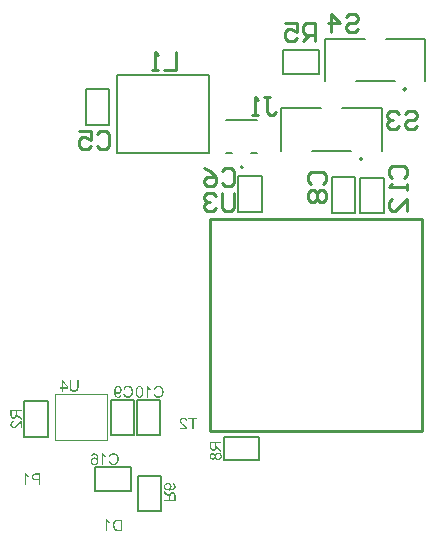
<source format=gbo>
G04*
G04 #@! TF.GenerationSoftware,Altium Limited,Altium Designer,22.7.1 (60)*
G04*
G04 Layer_Color=32896*
%FSLAX44Y44*%
%MOMM*%
G71*
G04*
G04 #@! TF.SameCoordinates,C2A282E5-0786-4D7F-951A-2C12EB248FEB*
G04*
G04*
G04 #@! TF.FilePolarity,Positive*
G04*
G01*
G75*
%ADD10C,0.1524*%
%ADD11C,0.1270*%
%ADD13C,0.2000*%
%ADD14C,0.1000*%
%ADD16C,0.2540*%
G36*
X149520Y218680D02*
X149675Y218455D01*
X149858Y218229D01*
X150027Y218032D01*
X150196Y217863D01*
X150323Y217722D01*
X150380Y217679D01*
X150422Y217637D01*
X150436Y217623D01*
X150450Y217609D01*
X150746Y217369D01*
X151042Y217144D01*
X151324Y216946D01*
X151606Y216791D01*
X151846Y216650D01*
X151945Y216594D01*
X152029Y216552D01*
X152100Y216509D01*
X152156Y216495D01*
X152184Y216467D01*
X152198D01*
Y215311D01*
X151987Y215396D01*
X151775Y215494D01*
X151564Y215593D01*
X151367Y215692D01*
X151197Y215776D01*
X151056Y215847D01*
X150972Y215903D01*
X150958Y215917D01*
X150944D01*
X150690Y216072D01*
X150464Y216227D01*
X150267Y216368D01*
X150112Y216495D01*
X149971Y216594D01*
X149886Y216678D01*
X149816Y216735D01*
X149802Y216749D01*
Y209122D01*
X148603D01*
Y218920D01*
X149379D01*
X149520Y218680D01*
D02*
G37*
G36*
X158711Y219018D02*
X159162Y218948D01*
X159557Y218864D01*
X159740Y218807D01*
X159909Y218751D01*
X160064Y218694D01*
X160205Y218638D01*
X160318Y218596D01*
X160431Y218553D01*
X160501Y218511D01*
X160558Y218483D01*
X160600Y218469D01*
X160614Y218455D01*
X160995Y218215D01*
X161319Y217933D01*
X161601Y217651D01*
X161841Y217369D01*
X162024Y217115D01*
X162094Y217003D01*
X162151Y216904D01*
X162207Y216833D01*
X162235Y216777D01*
X162249Y216735D01*
X162264Y216721D01*
X162461Y216284D01*
X162602Y215833D01*
X162701Y215382D01*
X162771Y214973D01*
X162799Y214789D01*
X162813Y214606D01*
X162827Y214465D01*
Y214324D01*
X162841Y214226D01*
Y214141D01*
Y214085D01*
Y214070D01*
X162813Y213563D01*
X162757Y213070D01*
X162686Y212633D01*
X162630Y212421D01*
X162588Y212238D01*
X162545Y212069D01*
X162489Y211914D01*
X162447Y211773D01*
X162418Y211660D01*
X162376Y211575D01*
X162362Y211505D01*
X162334Y211462D01*
Y211448D01*
X162122Y211026D01*
X161883Y210645D01*
X161629Y210321D01*
X161502Y210194D01*
X161390Y210067D01*
X161277Y209954D01*
X161164Y209855D01*
X161065Y209771D01*
X160981Y209715D01*
X160924Y209658D01*
X160868Y209616D01*
X160840Y209602D01*
X160826Y209588D01*
X160628Y209475D01*
X160431Y209376D01*
X160008Y209221D01*
X159585Y209108D01*
X159176Y209038D01*
X158979Y209010D01*
X158810Y208981D01*
X158655Y208967D01*
X158528D01*
X158415Y208953D01*
X158260D01*
X157978Y208967D01*
X157710Y208996D01*
X157456Y209024D01*
X157217Y209080D01*
X156991Y209151D01*
X156780Y209221D01*
X156582Y209292D01*
X156399Y209376D01*
X156244Y209447D01*
X156089Y209517D01*
X155976Y209588D01*
X155863Y209658D01*
X155793Y209715D01*
X155723Y209743D01*
X155694Y209771D01*
X155680Y209785D01*
X155483Y209954D01*
X155314Y210123D01*
X155159Y210321D01*
X155003Y210518D01*
X154750Y210913D01*
X154552Y211308D01*
X154468Y211491D01*
X154397Y211660D01*
X154341Y211815D01*
X154299Y211942D01*
X154256Y212055D01*
X154228Y212139D01*
X154214Y212196D01*
Y212210D01*
X155511Y212534D01*
X155567Y212308D01*
X155638Y212097D01*
X155708Y211900D01*
X155779Y211716D01*
X155863Y211547D01*
X155948Y211406D01*
X156047Y211265D01*
X156131Y211138D01*
X156202Y211026D01*
X156286Y210941D01*
X156357Y210856D01*
X156413Y210786D01*
X156470Y210744D01*
X156512Y210701D01*
X156526Y210687D01*
X156540Y210673D01*
X156681Y210560D01*
X156836Y210476D01*
X157146Y210321D01*
X157442Y210208D01*
X157738Y210137D01*
X157992Y210081D01*
X158091Y210067D01*
X158189D01*
X158274Y210053D01*
X158373D01*
X158697Y210067D01*
X159007Y210123D01*
X159289Y210194D01*
X159543Y210278D01*
X159740Y210363D01*
X159825Y210405D01*
X159895Y210434D01*
X159952Y210462D01*
X159994Y210490D01*
X160022Y210504D01*
X160036D01*
X160304Y210701D01*
X160529Y210913D01*
X160727Y211152D01*
X160882Y211378D01*
X161009Y211575D01*
X161093Y211744D01*
X161122Y211815D01*
X161150Y211857D01*
X161164Y211886D01*
Y211900D01*
X161277Y212266D01*
X161361Y212633D01*
X161432Y212999D01*
X161474Y213337D01*
X161488Y213493D01*
X161502Y213633D01*
Y213760D01*
X161516Y213859D01*
Y213944D01*
Y214014D01*
Y214056D01*
Y214070D01*
X161502Y214437D01*
X161474Y214775D01*
X161418Y215086D01*
X161361Y215367D01*
X161319Y215607D01*
X161291Y215706D01*
X161263Y215790D01*
X161248Y215861D01*
X161234Y215903D01*
X161220Y215931D01*
Y215945D01*
X161079Y216270D01*
X160924Y216566D01*
X160755Y216805D01*
X160572Y217017D01*
X160417Y217186D01*
X160290Y217299D01*
X160191Y217369D01*
X160177Y217397D01*
X160163D01*
X159867Y217581D01*
X159543Y217722D01*
X159233Y217820D01*
X158937Y217877D01*
X158669Y217919D01*
X158556Y217933D01*
X158457D01*
X158387Y217947D01*
X158274D01*
X157922Y217933D01*
X157597Y217877D01*
X157330Y217792D01*
X157090Y217708D01*
X156907Y217609D01*
X156766Y217538D01*
X156681Y217482D01*
X156653Y217454D01*
X156427Y217242D01*
X156216Y217003D01*
X156047Y216749D01*
X155906Y216495D01*
X155793Y216270D01*
X155751Y216157D01*
X155723Y216072D01*
X155694Y216002D01*
X155666Y215945D01*
X155652Y215917D01*
Y215903D01*
X154383Y216199D01*
X154468Y216453D01*
X154552Y216678D01*
X154665Y216890D01*
X154764Y217101D01*
X154877Y217285D01*
X155003Y217454D01*
X155116Y217623D01*
X155229Y217764D01*
X155342Y217877D01*
X155441Y217990D01*
X155539Y218088D01*
X155610Y218159D01*
X155680Y218229D01*
X155737Y218271D01*
X155765Y218286D01*
X155779Y218300D01*
X155976Y218426D01*
X156174Y218553D01*
X156371Y218652D01*
X156582Y218737D01*
X157005Y218864D01*
X157386Y218948D01*
X157569Y218990D01*
X157724Y219004D01*
X157879Y219018D01*
X158006Y219033D01*
X158105Y219047D01*
X158246D01*
X158711Y219018D01*
D02*
G37*
G36*
X142725Y218892D02*
X143077Y218835D01*
X143373Y218737D01*
X143627Y218638D01*
X143839Y218525D01*
X143923Y218483D01*
X143994Y218426D01*
X144050Y218398D01*
X144092Y218370D01*
X144107Y218342D01*
X144121D01*
X144374Y218116D01*
X144586Y217848D01*
X144769Y217581D01*
X144910Y217327D01*
X145023Y217087D01*
X145079Y216989D01*
X145107Y216890D01*
X145136Y216819D01*
X145164Y216763D01*
X145178Y216735D01*
Y216721D01*
X145234Y216509D01*
X145291Y216298D01*
X145375Y215833D01*
X145446Y215367D01*
X145488Y214930D01*
X145502Y214719D01*
X145516Y214536D01*
Y214366D01*
X145530Y214212D01*
Y214099D01*
Y214000D01*
Y213944D01*
Y213930D01*
X145516Y213436D01*
X145488Y212971D01*
X145446Y212548D01*
X145375Y212153D01*
X145305Y211787D01*
X145220Y211462D01*
X145136Y211166D01*
X145051Y210913D01*
X144966Y210687D01*
X144868Y210490D01*
X144797Y210321D01*
X144727Y210194D01*
X144656Y210081D01*
X144614Y210011D01*
X144586Y209968D01*
X144572Y209954D01*
X144417Y209785D01*
X144248Y209630D01*
X144064Y209489D01*
X143881Y209376D01*
X143698Y209277D01*
X143514Y209193D01*
X143331Y209137D01*
X143162Y209080D01*
X142993Y209038D01*
X142838Y209010D01*
X142697Y208981D01*
X142584Y208967D01*
X142485Y208953D01*
X142344D01*
X141964Y208981D01*
X141611Y209038D01*
X141315Y209137D01*
X141062Y209235D01*
X140850Y209334D01*
X140780Y209390D01*
X140709Y209433D01*
X140653Y209461D01*
X140611Y209489D01*
X140596Y209517D01*
X140582D01*
X140329Y209757D01*
X140117Y210011D01*
X139934Y210292D01*
X139793Y210546D01*
X139680Y210786D01*
X139624Y210885D01*
X139595Y210983D01*
X139567Y211054D01*
X139539Y211110D01*
X139525Y211138D01*
Y211152D01*
X139454Y211364D01*
X139398Y211575D01*
X139314Y212026D01*
X139243Y212492D01*
X139201Y212943D01*
X139187Y213140D01*
X139173Y213323D01*
Y213493D01*
X139158Y213648D01*
Y213760D01*
Y213859D01*
Y213915D01*
Y213930D01*
Y214197D01*
X139173Y214451D01*
Y214677D01*
X139187Y214902D01*
X139215Y215100D01*
X139229Y215297D01*
X139243Y215466D01*
X139271Y215621D01*
X139285Y215762D01*
X139314Y215889D01*
X139328Y215988D01*
X139342Y216072D01*
X139356Y216143D01*
X139370Y216185D01*
X139384Y216213D01*
Y216227D01*
X139469Y216537D01*
X139567Y216819D01*
X139680Y217059D01*
X139765Y217271D01*
X139863Y217454D01*
X139920Y217581D01*
X139976Y217651D01*
X139990Y217679D01*
X140145Y217891D01*
X140300Y218074D01*
X140470Y218229D01*
X140625Y218370D01*
X140766Y218469D01*
X140878Y218539D01*
X140949Y218582D01*
X140963Y218596D01*
X140977D01*
X141203Y218708D01*
X141442Y218779D01*
X141668Y218835D01*
X141879Y218878D01*
X142063Y218906D01*
X142218Y218920D01*
X142344D01*
X142725Y218892D01*
D02*
G37*
G36*
X124524Y218906D02*
X124750Y218878D01*
X124975Y218835D01*
X125173Y218779D01*
X125553Y218624D01*
X125722Y218553D01*
X125863Y218469D01*
X126004Y218370D01*
X126117Y218300D01*
X126230Y218215D01*
X126314Y218144D01*
X126385Y218088D01*
X126427Y218046D01*
X126455Y218018D01*
X126469Y218004D01*
X126625Y217834D01*
X126751Y217637D01*
X126878Y217454D01*
X126977Y217256D01*
X127062Y217045D01*
X127132Y216848D01*
X127231Y216481D01*
X127273Y216298D01*
X127301Y216143D01*
X127315Y215988D01*
X127330Y215861D01*
X127344Y215762D01*
Y215692D01*
Y215635D01*
Y215621D01*
X127330Y215353D01*
X127301Y215114D01*
X127273Y214874D01*
X127217Y214648D01*
X127146Y214451D01*
X127076Y214254D01*
X127005Y214085D01*
X126921Y213930D01*
X126850Y213789D01*
X126780Y213662D01*
X126709Y213563D01*
X126639Y213464D01*
X126582Y213394D01*
X126554Y213351D01*
X126526Y213323D01*
X126512Y213309D01*
X126357Y213154D01*
X126188Y213027D01*
X126018Y212900D01*
X125835Y212802D01*
X125666Y212717D01*
X125497Y212647D01*
X125173Y212548D01*
X125032Y212506D01*
X124891Y212477D01*
X124778Y212463D01*
X124665Y212449D01*
X124580Y212435D01*
X124468D01*
X124200Y212449D01*
X123946Y212492D01*
X123721Y212548D01*
X123509Y212619D01*
X123354Y212675D01*
X123227Y212731D01*
X123143Y212774D01*
X123115Y212788D01*
X122889Y212929D01*
X122692Y213084D01*
X122522Y213239D01*
X122381Y213380D01*
X122283Y213521D01*
X122198Y213619D01*
X122142Y213690D01*
X122128Y213718D01*
Y213605D01*
Y213535D01*
Y213493D01*
Y213478D01*
X122142Y213197D01*
X122156Y212929D01*
X122184Y212689D01*
X122212Y212463D01*
X122254Y212280D01*
X122283Y212139D01*
X122297Y212083D01*
Y212041D01*
X122311Y212026D01*
Y212012D01*
X122381Y211759D01*
X122452Y211533D01*
X122522Y211336D01*
X122593Y211166D01*
X122649Y211040D01*
X122706Y210941D01*
X122734Y210870D01*
X122748Y210856D01*
X122861Y210701D01*
X122973Y210574D01*
X123086Y210462D01*
X123199Y210363D01*
X123284Y210278D01*
X123368Y210222D01*
X123425Y210194D01*
X123439Y210180D01*
X123594Y210095D01*
X123763Y210039D01*
X123918Y209996D01*
X124073Y209968D01*
X124200Y209954D01*
X124299Y209940D01*
X124397D01*
X124623Y209954D01*
X124834Y209996D01*
X125018Y210053D01*
X125173Y210123D01*
X125285Y210180D01*
X125384Y210236D01*
X125441Y210278D01*
X125455Y210292D01*
X125596Y210448D01*
X125708Y210631D01*
X125807Y210828D01*
X125878Y211026D01*
X125934Y211195D01*
X125976Y211350D01*
X125990Y211406D01*
Y211434D01*
X126004Y211462D01*
Y211477D01*
X127160Y211378D01*
X127076Y210969D01*
X126963Y210617D01*
X126822Y210307D01*
X126681Y210053D01*
X126540Y209855D01*
X126469Y209771D01*
X126413Y209700D01*
X126371Y209658D01*
X126329Y209616D01*
X126314Y209602D01*
X126300Y209588D01*
X126159Y209475D01*
X126004Y209376D01*
X125694Y209221D01*
X125384Y209108D01*
X125088Y209038D01*
X124820Y208981D01*
X124707Y208967D01*
X124609D01*
X124538Y208953D01*
X124425D01*
X124031Y208981D01*
X123678Y209038D01*
X123354Y209137D01*
X123086Y209249D01*
X122973Y209292D01*
X122861Y209348D01*
X122776Y209404D01*
X122692Y209447D01*
X122635Y209475D01*
X122593Y209503D01*
X122565Y209531D01*
X122551D01*
X122269Y209771D01*
X122015Y210039D01*
X121818Y210321D01*
X121648Y210588D01*
X121507Y210828D01*
X121451Y210941D01*
X121409Y211026D01*
X121381Y211110D01*
X121352Y211166D01*
X121338Y211195D01*
Y211209D01*
X121268Y211420D01*
X121197Y211660D01*
X121099Y212139D01*
X121028Y212647D01*
X120986Y213126D01*
X120958Y213337D01*
X120943Y213549D01*
Y213732D01*
X120929Y213887D01*
Y214014D01*
Y214113D01*
Y214183D01*
Y214197D01*
Y214522D01*
X120943Y214832D01*
X120972Y215114D01*
X121000Y215382D01*
X121028Y215621D01*
X121056Y215847D01*
X121099Y216058D01*
X121141Y216241D01*
X121183Y216397D01*
X121211Y216537D01*
X121254Y216664D01*
X121282Y216763D01*
X121310Y216833D01*
X121338Y216890D01*
X121352Y216918D01*
Y216932D01*
X121522Y217271D01*
X121705Y217567D01*
X121916Y217820D01*
X122100Y218032D01*
X122283Y218187D01*
X122424Y218300D01*
X122480Y218342D01*
X122522Y218370D01*
X122536Y218398D01*
X122551D01*
X122847Y218567D01*
X123143Y218694D01*
X123439Y218793D01*
X123707Y218849D01*
X123946Y218892D01*
X124045Y218906D01*
X124115D01*
X124186Y218920D01*
X124284D01*
X124524Y218906D01*
D02*
G37*
G36*
X132940Y219018D02*
X133391Y218948D01*
X133786Y218864D01*
X133969Y218807D01*
X134138Y218751D01*
X134293Y218694D01*
X134434Y218638D01*
X134547Y218596D01*
X134660Y218553D01*
X134730Y218511D01*
X134787Y218483D01*
X134829Y218469D01*
X134843Y218455D01*
X135224Y218215D01*
X135548Y217933D01*
X135830Y217651D01*
X136070Y217369D01*
X136253Y217115D01*
X136323Y217003D01*
X136380Y216904D01*
X136436Y216833D01*
X136464Y216777D01*
X136478Y216735D01*
X136493Y216721D01*
X136690Y216284D01*
X136831Y215833D01*
X136930Y215382D01*
X137000Y214973D01*
X137028Y214789D01*
X137042Y214606D01*
X137056Y214465D01*
Y214324D01*
X137071Y214226D01*
Y214141D01*
Y214085D01*
Y214070D01*
X137042Y213563D01*
X136986Y213070D01*
X136915Y212633D01*
X136859Y212421D01*
X136817Y212238D01*
X136775Y212069D01*
X136718Y211914D01*
X136676Y211773D01*
X136648Y211660D01*
X136605Y211575D01*
X136591Y211505D01*
X136563Y211462D01*
Y211448D01*
X136351Y211026D01*
X136112Y210645D01*
X135858Y210321D01*
X135731Y210194D01*
X135618Y210067D01*
X135506Y209954D01*
X135393Y209855D01*
X135294Y209771D01*
X135210Y209715D01*
X135153Y209658D01*
X135097Y209616D01*
X135069Y209602D01*
X135055Y209588D01*
X134857Y209475D01*
X134660Y209376D01*
X134237Y209221D01*
X133814Y209108D01*
X133405Y209038D01*
X133208Y209010D01*
X133039Y208981D01*
X132884Y208967D01*
X132757D01*
X132644Y208953D01*
X132489D01*
X132207Y208967D01*
X131939Y208996D01*
X131685Y209024D01*
X131446Y209080D01*
X131220Y209151D01*
X131009Y209221D01*
X130811Y209292D01*
X130628Y209376D01*
X130473Y209447D01*
X130318Y209517D01*
X130205Y209588D01*
X130092Y209658D01*
X130022Y209715D01*
X129951Y209743D01*
X129923Y209771D01*
X129909Y209785D01*
X129712Y209954D01*
X129543Y210123D01*
X129388Y210321D01*
X129233Y210518D01*
X128979Y210913D01*
X128781Y211308D01*
X128697Y211491D01*
X128626Y211660D01*
X128570Y211815D01*
X128528Y211942D01*
X128485Y212055D01*
X128457Y212139D01*
X128443Y212196D01*
Y212210D01*
X129740Y212534D01*
X129796Y212308D01*
X129867Y212097D01*
X129937Y211900D01*
X130008Y211716D01*
X130092Y211547D01*
X130177Y211406D01*
X130276Y211265D01*
X130360Y211138D01*
X130431Y211026D01*
X130515Y210941D01*
X130586Y210856D01*
X130642Y210786D01*
X130699Y210744D01*
X130741Y210701D01*
X130755Y210687D01*
X130769Y210673D01*
X130910Y210560D01*
X131065Y210476D01*
X131375Y210321D01*
X131671Y210208D01*
X131967Y210137D01*
X132221Y210081D01*
X132320Y210067D01*
X132418D01*
X132503Y210053D01*
X132602D01*
X132926Y210067D01*
X133236Y210123D01*
X133518Y210194D01*
X133772Y210278D01*
X133969Y210363D01*
X134054Y210405D01*
X134124Y210434D01*
X134181Y210462D01*
X134223Y210490D01*
X134251Y210504D01*
X134265D01*
X134533Y210701D01*
X134759Y210913D01*
X134956Y211152D01*
X135111Y211378D01*
X135238Y211575D01*
X135323Y211744D01*
X135351Y211815D01*
X135379Y211857D01*
X135393Y211886D01*
Y211900D01*
X135506Y212266D01*
X135590Y212633D01*
X135661Y212999D01*
X135703Y213337D01*
X135717Y213493D01*
X135731Y213633D01*
Y213760D01*
X135745Y213859D01*
Y213944D01*
Y214014D01*
Y214056D01*
Y214070D01*
X135731Y214437D01*
X135703Y214775D01*
X135647Y215086D01*
X135590Y215367D01*
X135548Y215607D01*
X135520Y215706D01*
X135492Y215790D01*
X135478Y215861D01*
X135463Y215903D01*
X135449Y215931D01*
Y215945D01*
X135308Y216270D01*
X135153Y216566D01*
X134984Y216805D01*
X134801Y217017D01*
X134646Y217186D01*
X134519Y217299D01*
X134420Y217369D01*
X134406Y217397D01*
X134392D01*
X134096Y217581D01*
X133772Y217722D01*
X133462Y217820D01*
X133166Y217877D01*
X132898Y217919D01*
X132785Y217933D01*
X132686D01*
X132616Y217947D01*
X132503D01*
X132151Y217933D01*
X131826Y217877D01*
X131559Y217792D01*
X131319Y217708D01*
X131136Y217609D01*
X130995Y217538D01*
X130910Y217482D01*
X130882Y217454D01*
X130656Y217242D01*
X130445Y217003D01*
X130276Y216749D01*
X130135Y216495D01*
X130022Y216270D01*
X129980Y216157D01*
X129951Y216072D01*
X129923Y216002D01*
X129895Y215945D01*
X129881Y215917D01*
Y215903D01*
X128612Y216199D01*
X128697Y216453D01*
X128781Y216678D01*
X128894Y216890D01*
X128993Y217101D01*
X129106Y217285D01*
X129233Y217454D01*
X129345Y217623D01*
X129458Y217764D01*
X129571Y217877D01*
X129670Y217990D01*
X129768Y218088D01*
X129839Y218159D01*
X129909Y218229D01*
X129966Y218271D01*
X129994Y218286D01*
X130008Y218300D01*
X130205Y218426D01*
X130403Y218553D01*
X130600Y218652D01*
X130811Y218737D01*
X131234Y218864D01*
X131615Y218948D01*
X131798Y218990D01*
X131953Y219004D01*
X132108Y219018D01*
X132235Y219033D01*
X132334Y219047D01*
X132475D01*
X132940Y219018D01*
D02*
G37*
G36*
X42899Y197520D02*
X38571D01*
Y195856D01*
X38585Y195701D01*
Y195589D01*
X38599Y195490D01*
X38613Y195419D01*
Y195363D01*
X38627Y195335D01*
Y195321D01*
X38698Y195095D01*
X38740Y194996D01*
X38782Y194912D01*
X38825Y194827D01*
X38853Y194771D01*
X38867Y194743D01*
X38881Y194729D01*
X38966Y194616D01*
X39064Y194503D01*
X39276Y194292D01*
X39374Y194193D01*
X39459Y194123D01*
X39515Y194080D01*
X39530Y194066D01*
X39727Y193925D01*
X39938Y193770D01*
X40164Y193615D01*
X40375Y193460D01*
X40573Y193333D01*
X40728Y193234D01*
X40784Y193192D01*
X40826Y193164D01*
X40855Y193136D01*
X40869D01*
X42899Y191853D01*
Y190246D01*
X40248Y191923D01*
X39966Y192121D01*
X39713Y192304D01*
X39501Y192487D01*
X39304Y192642D01*
X39163Y192783D01*
X39050Y192896D01*
X38980Y192966D01*
X38951Y192995D01*
X38867Y193107D01*
X38768Y193234D01*
X38613Y193488D01*
X38557Y193601D01*
X38500Y193685D01*
X38472Y193742D01*
X38458Y193770D01*
X38416Y193516D01*
X38373Y193277D01*
X38303Y193065D01*
X38247Y192854D01*
X38176Y192670D01*
X38092Y192501D01*
X38021Y192346D01*
X37951Y192205D01*
X37866Y192092D01*
X37796Y191980D01*
X37739Y191895D01*
X37683Y191825D01*
X37641Y191768D01*
X37598Y191726D01*
X37584Y191712D01*
X37570Y191698D01*
X37429Y191585D01*
X37288Y191472D01*
X36992Y191303D01*
X36696Y191190D01*
X36414Y191106D01*
X36174Y191049D01*
X36076Y191035D01*
X35977D01*
X35907Y191021D01*
X35850D01*
X35822D01*
X35808D01*
X35512Y191035D01*
X35244Y191077D01*
X34990Y191148D01*
X34779Y191218D01*
X34595Y191303D01*
X34455Y191360D01*
X34370Y191416D01*
X34356Y191430D01*
X34342D01*
X34116Y191599D01*
X33919Y191768D01*
X33750Y191952D01*
X33623Y192121D01*
X33524Y192276D01*
X33468Y192403D01*
X33426Y192487D01*
X33411Y192501D01*
Y192515D01*
X33369Y192642D01*
X33327Y192797D01*
X33256Y193107D01*
X33214Y193446D01*
X33172Y193756D01*
X33158Y194052D01*
Y194179D01*
X33143Y194292D01*
Y198817D01*
X42899D01*
Y197520D01*
D02*
G37*
G36*
Y183183D02*
X41743D01*
Y187990D01*
X41503Y187821D01*
X41404Y187736D01*
X41306Y187666D01*
X41221Y187596D01*
X41165Y187539D01*
X41122Y187497D01*
X41108Y187483D01*
X41038Y187412D01*
X40967Y187328D01*
X40784Y187130D01*
X40573Y186905D01*
X40361Y186665D01*
X40178Y186440D01*
X40093Y186341D01*
X40009Y186256D01*
X39952Y186186D01*
X39910Y186129D01*
X39882Y186101D01*
X39868Y186087D01*
X39671Y185862D01*
X39487Y185636D01*
X39304Y185439D01*
X39149Y185256D01*
X38994Y185086D01*
X38853Y184945D01*
X38726Y184804D01*
X38613Y184692D01*
X38500Y184579D01*
X38416Y184494D01*
X38345Y184424D01*
X38275Y184353D01*
X38190Y184283D01*
X38162Y184255D01*
X37922Y184057D01*
X37711Y183888D01*
X37499Y183747D01*
X37330Y183634D01*
X37175Y183550D01*
X37062Y183493D01*
X36992Y183465D01*
X36964Y183451D01*
X36752Y183367D01*
X36541Y183310D01*
X36344Y183254D01*
X36174Y183225D01*
X36019Y183211D01*
X35907Y183197D01*
X35836D01*
X35808D01*
X35596Y183211D01*
X35399Y183240D01*
X35202Y183268D01*
X35032Y183324D01*
X34694Y183465D01*
X34426Y183606D01*
X34299Y183691D01*
X34201Y183761D01*
X34102Y183832D01*
X34032Y183902D01*
X33975Y183958D01*
X33919Y183987D01*
X33905Y184015D01*
X33891Y184029D01*
X33750Y184184D01*
X33623Y184353D01*
X33524Y184536D01*
X33440Y184720D01*
X33299Y185086D01*
X33200Y185453D01*
X33172Y185608D01*
X33143Y185763D01*
X33129Y185904D01*
X33115Y186017D01*
X33101Y186115D01*
Y186256D01*
X33115Y186510D01*
X33129Y186750D01*
X33172Y186975D01*
X33214Y187187D01*
X33270Y187384D01*
X33327Y187567D01*
X33397Y187736D01*
X33468Y187892D01*
X33538Y188033D01*
X33609Y188145D01*
X33665Y188244D01*
X33721Y188329D01*
X33764Y188399D01*
X33806Y188441D01*
X33820Y188470D01*
X33834Y188484D01*
X33975Y188625D01*
X34130Y188752D01*
X34299Y188878D01*
X34469Y188977D01*
X34807Y189146D01*
X35145Y189259D01*
X35300Y189301D01*
X35456Y189344D01*
X35582Y189372D01*
X35695Y189400D01*
X35794Y189414D01*
X35864D01*
X35907Y189428D01*
X35921D01*
X36047Y188202D01*
X35723Y188174D01*
X35441Y188117D01*
X35188Y188033D01*
X34990Y187934D01*
X34821Y187849D01*
X34708Y187765D01*
X34638Y187708D01*
X34610Y187680D01*
X34441Y187469D01*
X34314Y187243D01*
X34215Y187003D01*
X34158Y186792D01*
X34116Y186595D01*
X34102Y186425D01*
X34088Y186369D01*
Y186285D01*
X34102Y185989D01*
X34158Y185721D01*
X34243Y185495D01*
X34328Y185298D01*
X34426Y185143D01*
X34497Y185044D01*
X34553Y184974D01*
X34581Y184945D01*
X34779Y184776D01*
X34976Y184649D01*
X35173Y184551D01*
X35371Y184494D01*
X35526Y184452D01*
X35667Y184438D01*
X35752Y184424D01*
X35766D01*
X35780D01*
X36033Y184452D01*
X36301Y184508D01*
X36541Y184607D01*
X36767Y184706D01*
X36950Y184818D01*
X37105Y184917D01*
X37161Y184945D01*
X37204Y184974D01*
X37218Y185002D01*
X37232D01*
X37387Y185114D01*
X37542Y185256D01*
X37711Y185410D01*
X37880Y185580D01*
X38219Y185932D01*
X38557Y186285D01*
X38712Y186468D01*
X38853Y186623D01*
X38980Y186778D01*
X39093Y186905D01*
X39177Y187003D01*
X39248Y187088D01*
X39290Y187145D01*
X39304Y187159D01*
X39600Y187511D01*
X39882Y187835D01*
X40136Y188103D01*
X40347Y188314D01*
X40530Y188498D01*
X40657Y188625D01*
X40742Y188695D01*
X40756Y188723D01*
X40770D01*
X41010Y188921D01*
X41235Y189076D01*
X41461Y189217D01*
X41658Y189329D01*
X41827Y189414D01*
X41954Y189471D01*
X42039Y189499D01*
X42053Y189513D01*
X42067D01*
X42222Y189569D01*
X42363Y189597D01*
X42504Y189625D01*
X42631Y189640D01*
X42744Y189654D01*
X42828D01*
X42885D01*
X42899D01*
Y183183D01*
D02*
G37*
G36*
X90845Y218323D02*
Y218041D01*
X90831Y217774D01*
X90817Y217520D01*
X90789Y217280D01*
X90760Y217069D01*
X90732Y216871D01*
X90690Y216688D01*
X90662Y216519D01*
X90633Y216364D01*
X90591Y216237D01*
X90563Y216124D01*
X90535Y216040D01*
X90507Y215969D01*
X90492Y215913D01*
X90478Y215885D01*
Y215870D01*
X90323Y215560D01*
X90126Y215278D01*
X89929Y215053D01*
X89717Y214855D01*
X89534Y214700D01*
X89379Y214588D01*
X89323Y214559D01*
X89280Y214531D01*
X89252Y214503D01*
X89238D01*
X88885Y214348D01*
X88519Y214235D01*
X88138Y214151D01*
X87786Y214094D01*
X87631Y214080D01*
X87476Y214066D01*
X87335Y214052D01*
X87222D01*
X87123Y214038D01*
X86996D01*
X86489Y214066D01*
X86263Y214094D01*
X86052Y214122D01*
X85841Y214165D01*
X85657Y214207D01*
X85488Y214249D01*
X85333Y214306D01*
X85192Y214362D01*
X85079Y214404D01*
X84966Y214447D01*
X84882Y214489D01*
X84811Y214531D01*
X84769Y214545D01*
X84741Y214573D01*
X84727D01*
X84417Y214785D01*
X84163Y215025D01*
X83966Y215250D01*
X83797Y215476D01*
X83670Y215673D01*
X83585Y215828D01*
X83557Y215885D01*
X83529Y215927D01*
X83514Y215955D01*
Y215969D01*
X83458Y216138D01*
X83402Y216322D01*
X83317Y216702D01*
X83261Y217097D01*
X83218Y217477D01*
X83204Y217647D01*
X83190Y217816D01*
Y217957D01*
X83176Y218084D01*
Y218182D01*
Y218253D01*
Y218309D01*
Y218323D01*
Y223962D01*
X84473D01*
Y218323D01*
Y217999D01*
X84501Y217689D01*
X84529Y217421D01*
X84572Y217167D01*
X84614Y216942D01*
X84670Y216730D01*
X84713Y216547D01*
X84769Y216392D01*
X84825Y216265D01*
X84882Y216138D01*
X84938Y216054D01*
X84981Y215969D01*
X85023Y215913D01*
X85051Y215870D01*
X85065Y215856D01*
X85079Y215842D01*
X85206Y215730D01*
X85347Y215631D01*
X85657Y215476D01*
X85982Y215363D01*
X86320Y215292D01*
X86630Y215236D01*
X86757Y215222D01*
X86884D01*
X86968Y215208D01*
X87109D01*
X87405Y215222D01*
X87673Y215264D01*
X87927Y215307D01*
X88124Y215377D01*
X88293Y215434D01*
X88420Y215476D01*
X88491Y215518D01*
X88519Y215532D01*
X88716Y215659D01*
X88885Y215814D01*
X89026Y215969D01*
X89125Y216110D01*
X89210Y216251D01*
X89280Y216350D01*
X89308Y216420D01*
X89323Y216448D01*
X89365Y216575D01*
X89393Y216702D01*
X89449Y216998D01*
X89492Y217308D01*
X89520Y217619D01*
X89534Y217886D01*
Y218013D01*
X89548Y218112D01*
Y218197D01*
Y218267D01*
Y218309D01*
Y218323D01*
Y223962D01*
X90845D01*
Y218323D01*
D02*
G37*
G36*
X81922Y217647D02*
Y216547D01*
X77678D01*
Y214207D01*
X76480D01*
Y216547D01*
X75155D01*
Y217647D01*
X76480D01*
Y223962D01*
X77453D01*
X81922Y217647D01*
D02*
G37*
G36*
X179891Y191885D02*
X180130Y191870D01*
X180356Y191828D01*
X180567Y191786D01*
X180765Y191730D01*
X180948Y191673D01*
X181117Y191603D01*
X181272Y191532D01*
X181413Y191462D01*
X181526Y191391D01*
X181625Y191335D01*
X181709Y191278D01*
X181780Y191236D01*
X181822Y191194D01*
X181850Y191180D01*
X181864Y191166D01*
X182005Y191025D01*
X182132Y190870D01*
X182259Y190700D01*
X182358Y190531D01*
X182527Y190193D01*
X182640Y189855D01*
X182682Y189700D01*
X182724Y189545D01*
X182752Y189418D01*
X182781Y189305D01*
X182795Y189206D01*
Y189136D01*
X182809Y189093D01*
Y189079D01*
X181582Y188953D01*
X181554Y189277D01*
X181498Y189559D01*
X181413Y189812D01*
X181315Y190010D01*
X181230Y190179D01*
X181145Y190292D01*
X181089Y190362D01*
X181061Y190390D01*
X180849Y190560D01*
X180624Y190686D01*
X180384Y190785D01*
X180173Y190842D01*
X179975Y190884D01*
X179806Y190898D01*
X179750Y190912D01*
X179665D01*
X179369Y190898D01*
X179101Y190842D01*
X178876Y190757D01*
X178678Y190672D01*
X178523Y190574D01*
X178425Y190503D01*
X178354Y190447D01*
X178326Y190418D01*
X178157Y190221D01*
X178030Y190024D01*
X177931Y189827D01*
X177875Y189629D01*
X177833Y189474D01*
X177818Y189333D01*
X177804Y189249D01*
Y189234D01*
Y189220D01*
X177833Y188967D01*
X177889Y188699D01*
X177988Y188459D01*
X178086Y188234D01*
X178199Y188050D01*
X178298Y187895D01*
X178326Y187839D01*
X178354Y187796D01*
X178382Y187782D01*
Y187768D01*
X178495Y187613D01*
X178636Y187458D01*
X178791Y187289D01*
X178960Y187120D01*
X179313Y186782D01*
X179665Y186443D01*
X179848Y186288D01*
X180004Y186147D01*
X180159Y186020D01*
X180285Y185907D01*
X180384Y185823D01*
X180469Y185752D01*
X180525Y185710D01*
X180539Y185696D01*
X180892Y185400D01*
X181216Y185118D01*
X181484Y184864D01*
X181695Y184653D01*
X181878Y184470D01*
X182005Y184343D01*
X182076Y184258D01*
X182104Y184244D01*
Y184230D01*
X182301Y183990D01*
X182456Y183765D01*
X182597Y183539D01*
X182710Y183342D01*
X182795Y183173D01*
X182851Y183046D01*
X182879Y182961D01*
X182893Y182947D01*
Y182933D01*
X182950Y182778D01*
X182978Y182637D01*
X183006Y182496D01*
X183020Y182369D01*
X183034Y182256D01*
Y182172D01*
Y182115D01*
Y182101D01*
X176564D01*
Y183257D01*
X181371D01*
X181202Y183497D01*
X181117Y183596D01*
X181047Y183694D01*
X180976Y183779D01*
X180920Y183835D01*
X180877Y183878D01*
X180863Y183892D01*
X180793Y183962D01*
X180708Y184033D01*
X180511Y184216D01*
X180285Y184427D01*
X180046Y184639D01*
X179820Y184822D01*
X179722Y184907D01*
X179637Y184991D01*
X179566Y185048D01*
X179510Y185090D01*
X179482Y185118D01*
X179468Y185132D01*
X179242Y185329D01*
X179017Y185513D01*
X178819Y185696D01*
X178636Y185851D01*
X178467Y186006D01*
X178326Y186147D01*
X178185Y186274D01*
X178072Y186387D01*
X177959Y186500D01*
X177875Y186584D01*
X177804Y186655D01*
X177734Y186725D01*
X177663Y186810D01*
X177635Y186838D01*
X177438Y187078D01*
X177269Y187289D01*
X177128Y187500D01*
X177015Y187670D01*
X176930Y187825D01*
X176874Y187938D01*
X176846Y188008D01*
X176832Y188036D01*
X176747Y188248D01*
X176691Y188459D01*
X176634Y188656D01*
X176606Y188826D01*
X176592Y188981D01*
X176578Y189093D01*
Y189164D01*
Y189192D01*
X176592Y189404D01*
X176620Y189601D01*
X176648Y189798D01*
X176705Y189967D01*
X176846Y190306D01*
X176987Y190574D01*
X177071Y190700D01*
X177142Y190799D01*
X177212Y190898D01*
X177283Y190968D01*
X177339Y191025D01*
X177367Y191081D01*
X177395Y191095D01*
X177410Y191109D01*
X177565Y191250D01*
X177734Y191377D01*
X177917Y191476D01*
X178100Y191560D01*
X178467Y191701D01*
X178833Y191800D01*
X178988Y191828D01*
X179144Y191856D01*
X179284Y191870D01*
X179397Y191885D01*
X179496Y191899D01*
X179637D01*
X179891Y191885D01*
D02*
G37*
G36*
X191436Y190700D02*
X188222D01*
Y182101D01*
X186925D01*
Y190700D01*
X183711D01*
Y191856D01*
X191436D01*
Y190700D01*
D02*
G37*
G36*
X211814Y170576D02*
X207486D01*
Y168913D01*
X207500Y168758D01*
Y168645D01*
X207514Y168546D01*
X207529Y168476D01*
Y168419D01*
X207543Y168391D01*
Y168377D01*
X207613Y168152D01*
X207656Y168053D01*
X207698Y167968D01*
X207740Y167884D01*
X207768Y167827D01*
X207782Y167799D01*
X207796Y167785D01*
X207881Y167672D01*
X207980Y167560D01*
X208191Y167348D01*
X208290Y167249D01*
X208374Y167179D01*
X208431Y167137D01*
X208445Y167122D01*
X208642Y166982D01*
X208854Y166826D01*
X209079Y166671D01*
X209291Y166516D01*
X209488Y166389D01*
X209643Y166291D01*
X209700Y166248D01*
X209742Y166220D01*
X209770Y166192D01*
X209784D01*
X211814Y164909D01*
Y163302D01*
X209164Y164980D01*
X208882Y165177D01*
X208628Y165360D01*
X208417Y165544D01*
X208219Y165699D01*
X208078Y165840D01*
X207966Y165952D01*
X207895Y166023D01*
X207867Y166051D01*
X207782Y166164D01*
X207684Y166291D01*
X207529Y166544D01*
X207472Y166657D01*
X207416Y166742D01*
X207388Y166798D01*
X207374Y166826D01*
X207331Y166573D01*
X207289Y166333D01*
X207218Y166122D01*
X207162Y165910D01*
X207092Y165727D01*
X207007Y165558D01*
X206936Y165403D01*
X206866Y165262D01*
X206782Y165149D01*
X206711Y165036D01*
X206655Y164951D01*
X206598Y164881D01*
X206556Y164825D01*
X206514Y164782D01*
X206500Y164768D01*
X206485Y164754D01*
X206345Y164641D01*
X206203Y164529D01*
X205907Y164359D01*
X205611Y164247D01*
X205329Y164162D01*
X205090Y164106D01*
X204991Y164092D01*
X204893D01*
X204822Y164077D01*
X204766D01*
X204737D01*
X204723D01*
X204427Y164092D01*
X204159Y164134D01*
X203906Y164204D01*
X203694Y164275D01*
X203511Y164359D01*
X203370Y164416D01*
X203285Y164472D01*
X203271Y164486D01*
X203257D01*
X203032Y164655D01*
X202834Y164825D01*
X202665Y165008D01*
X202538Y165177D01*
X202440Y165332D01*
X202383Y165459D01*
X202341Y165544D01*
X202327Y165558D01*
Y165572D01*
X202285Y165699D01*
X202242Y165854D01*
X202172Y166164D01*
X202129Y166502D01*
X202087Y166812D01*
X202073Y167108D01*
Y167235D01*
X202059Y167348D01*
Y171873D01*
X211814D01*
Y170576D01*
D02*
G37*
G36*
X209234Y162541D02*
X209460Y162513D01*
X209671Y162470D01*
X209883Y162414D01*
X210235Y162273D01*
X210404Y162203D01*
X210545Y162118D01*
X210686Y162034D01*
X210799Y161963D01*
X210898Y161878D01*
X210982Y161822D01*
X211053Y161766D01*
X211095Y161723D01*
X211123Y161695D01*
X211137Y161681D01*
X211292Y161512D01*
X211419Y161329D01*
X211532Y161131D01*
X211631Y160934D01*
X211701Y160751D01*
X211772Y160553D01*
X211870Y160173D01*
X211913Y160004D01*
X211941Y159848D01*
X211955Y159707D01*
X211969Y159581D01*
X211983Y159482D01*
Y159341D01*
X211969Y159073D01*
X211941Y158833D01*
X211899Y158594D01*
X211856Y158368D01*
X211786Y158171D01*
X211715Y157973D01*
X211645Y157790D01*
X211560Y157635D01*
X211476Y157494D01*
X211405Y157367D01*
X211335Y157269D01*
X211264Y157170D01*
X211222Y157100D01*
X211180Y157057D01*
X211152Y157029D01*
X211137Y157015D01*
X210968Y156860D01*
X210799Y156719D01*
X210630Y156606D01*
X210447Y156507D01*
X210278Y156409D01*
X210094Y156338D01*
X209770Y156240D01*
X209615Y156197D01*
X209474Y156169D01*
X209347Y156155D01*
X209249Y156141D01*
X209164Y156127D01*
X209093D01*
X209051D01*
X209037D01*
X208713Y156141D01*
X208417Y156197D01*
X208149Y156282D01*
X207923Y156367D01*
X207740Y156451D01*
X207599Y156536D01*
X207514Y156592D01*
X207500Y156606D01*
X207486D01*
X207261Y156804D01*
X207063Y157015D01*
X206908Y157240D01*
X206767Y157452D01*
X206669Y157649D01*
X206598Y157818D01*
X206570Y157875D01*
X206556Y157917D01*
X206542Y157945D01*
Y157959D01*
X206429Y157706D01*
X206302Y157494D01*
X206175Y157311D01*
X206048Y157156D01*
X205936Y157043D01*
X205851Y156959D01*
X205795Y156902D01*
X205767Y156888D01*
X205569Y156761D01*
X205372Y156677D01*
X205174Y156606D01*
X204977Y156564D01*
X204822Y156536D01*
X204695Y156522D01*
X204611D01*
X204596D01*
X204582D01*
X204385Y156536D01*
X204202Y156550D01*
X203849Y156648D01*
X203539Y156775D01*
X203271Y156916D01*
X203060Y157057D01*
X202975Y157128D01*
X202891Y157184D01*
X202834Y157240D01*
X202792Y157283D01*
X202778Y157297D01*
X202764Y157311D01*
X202637Y157466D01*
X202510Y157621D01*
X202411Y157790D01*
X202327Y157959D01*
X202200Y158298D01*
X202115Y158636D01*
X202073Y158777D01*
X202059Y158918D01*
X202045Y159045D01*
X202031Y159158D01*
X202017Y159242D01*
Y159369D01*
X202031Y159595D01*
X202045Y159820D01*
X202129Y160215D01*
X202186Y160398D01*
X202242Y160567D01*
X202313Y160722D01*
X202383Y160863D01*
X202454Y160976D01*
X202524Y161089D01*
X202581Y161188D01*
X202637Y161258D01*
X202679Y161315D01*
X202722Y161357D01*
X202736Y161385D01*
X202750Y161399D01*
X202891Y161526D01*
X203032Y161653D01*
X203187Y161751D01*
X203342Y161836D01*
X203638Y161977D01*
X203920Y162062D01*
X204159Y162118D01*
X204272Y162132D01*
X204357Y162146D01*
X204441Y162160D01*
X204498D01*
X204526D01*
X204540D01*
X204794Y162146D01*
X205033Y162104D01*
X205245Y162048D01*
X205428Y161977D01*
X205569Y161921D01*
X205682Y161864D01*
X205738Y161822D01*
X205767Y161808D01*
X205936Y161653D01*
X206091Y161484D01*
X206232Y161300D01*
X206345Y161117D01*
X206429Y160948D01*
X206485Y160821D01*
X206514Y160765D01*
X206528Y160722D01*
X206542Y160708D01*
Y160694D01*
X206640Y161019D01*
X206767Y161286D01*
X206922Y161526D01*
X207063Y161723D01*
X207204Y161878D01*
X207317Y161991D01*
X207388Y162048D01*
X207402Y162076D01*
X207416D01*
X207670Y162231D01*
X207937Y162358D01*
X208191Y162442D01*
X208445Y162499D01*
X208671Y162527D01*
X208769Y162541D01*
X208854D01*
X208910Y162555D01*
X208967D01*
X208995D01*
X209009D01*
X209234Y162541D01*
D02*
G37*
G36*
X166597Y136852D02*
X166837Y136824D01*
X167077Y136782D01*
X167288Y136739D01*
X167486Y136669D01*
X167683Y136598D01*
X167852Y136528D01*
X168007Y136443D01*
X168148Y136359D01*
X168275Y136288D01*
X168374Y136218D01*
X168472Y136147D01*
X168543Y136105D01*
X168585Y136063D01*
X168613Y136034D01*
X168627Y136020D01*
X168782Y135865D01*
X168923Y135696D01*
X169036Y135513D01*
X169135Y135344D01*
X169233Y135175D01*
X169304Y135005D01*
X169403Y134681D01*
X169445Y134540D01*
X169473Y134399D01*
X169487Y134286D01*
X169501Y134174D01*
X169515Y134089D01*
Y133976D01*
X169501Y133722D01*
X169459Y133483D01*
X169417Y133257D01*
X169360Y133060D01*
X169290Y132891D01*
X169248Y132764D01*
X169205Y132679D01*
X169191Y132665D01*
Y132651D01*
X169050Y132426D01*
X168895Y132228D01*
X168740Y132045D01*
X168571Y131904D01*
X168430Y131777D01*
X168317Y131678D01*
X168233Y131622D01*
X168218Y131608D01*
X168472D01*
X168726Y131622D01*
X168952Y131636D01*
X169177Y131664D01*
X169375Y131678D01*
X169558Y131707D01*
X169727Y131735D01*
X169882Y131777D01*
X170023Y131805D01*
X170136Y131833D01*
X170234Y131862D01*
X170319Y131876D01*
X170375Y131904D01*
X170418Y131918D01*
X170446Y131932D01*
X170460D01*
X170742Y132073D01*
X170996Y132214D01*
X171193Y132369D01*
X171362Y132510D01*
X171503Y132637D01*
X171602Y132736D01*
X171658Y132806D01*
X171672Y132834D01*
X171785Y133004D01*
X171856Y133173D01*
X171912Y133342D01*
X171954Y133511D01*
X171982Y133638D01*
X171996Y133751D01*
Y133849D01*
X171968Y134103D01*
X171912Y134343D01*
X171827Y134540D01*
X171743Y134723D01*
X171644Y134864D01*
X171560Y134963D01*
X171503Y135019D01*
X171475Y135048D01*
X171348Y135146D01*
X171193Y135245D01*
X171024Y135330D01*
X170855Y135386D01*
X170700Y135442D01*
X170573Y135485D01*
X170488Y135499D01*
X170474Y135513D01*
X170460D01*
X170559Y136711D01*
X170953Y136627D01*
X171306Y136500D01*
X171616Y136359D01*
X171870Y136204D01*
X172067Y136048D01*
X172152Y135992D01*
X172222Y135922D01*
X172264Y135879D01*
X172307Y135837D01*
X172321Y135823D01*
X172335Y135809D01*
X172448Y135668D01*
X172546Y135513D01*
X172715Y135203D01*
X172828Y134893D01*
X172899Y134597D01*
X172955Y134329D01*
X172969Y134216D01*
Y134117D01*
X172983Y134033D01*
Y133920D01*
X172969Y133638D01*
X172941Y133370D01*
X172885Y133116D01*
X172814Y132877D01*
X172715Y132665D01*
X172631Y132454D01*
X172518Y132270D01*
X172419Y132101D01*
X172321Y131960D01*
X172208Y131819D01*
X172123Y131707D01*
X172039Y131622D01*
X171954Y131552D01*
X171898Y131495D01*
X171870Y131467D01*
X171856Y131453D01*
X171602Y131270D01*
X171306Y131115D01*
X170996Y130974D01*
X170671Y130847D01*
X170333Y130748D01*
X169995Y130663D01*
X169642Y130593D01*
X169318Y130537D01*
X168994Y130494D01*
X168698Y130466D01*
X168430Y130438D01*
X168204Y130424D01*
X168007D01*
X167866Y130410D01*
X167810D01*
X167767D01*
X167753D01*
X167739D01*
X167288Y130424D01*
X166865Y130452D01*
X166471Y130494D01*
X166104Y130565D01*
X165780Y130635D01*
X165484Y130706D01*
X165216Y130790D01*
X164976Y130889D01*
X164779Y130974D01*
X164596Y131058D01*
X164455Y131129D01*
X164328Y131213D01*
X164229Y131270D01*
X164173Y131312D01*
X164130Y131340D01*
X164116Y131354D01*
X163919Y131538D01*
X163750Y131735D01*
X163609Y131932D01*
X163482Y132129D01*
X163369Y132341D01*
X163285Y132538D01*
X163214Y132736D01*
X163158Y132933D01*
X163115Y133102D01*
X163073Y133271D01*
X163045Y133412D01*
X163031Y133539D01*
Y133652D01*
X163017Y133722D01*
Y133793D01*
X163031Y134117D01*
X163087Y134413D01*
X163144Y134681D01*
X163228Y134921D01*
X163299Y135104D01*
X163369Y135245D01*
X163383Y135301D01*
X163411Y135344D01*
X163426Y135358D01*
Y135372D01*
X163595Y135611D01*
X163792Y135837D01*
X163989Y136020D01*
X164187Y136175D01*
X164370Y136302D01*
X164511Y136387D01*
X164567Y136415D01*
X164610Y136443D01*
X164624Y136457D01*
X164638D01*
X164934Y136598D01*
X165244Y136697D01*
X165526Y136767D01*
X165794Y136810D01*
X166019Y136852D01*
X166104D01*
X166189Y136866D01*
X166259D01*
X166301D01*
X166329D01*
X166344D01*
X166597Y136852D01*
D02*
G37*
G36*
X165836Y128027D02*
X166118Y127830D01*
X166372Y127647D01*
X166583Y127463D01*
X166781Y127308D01*
X166922Y127167D01*
X167034Y127055D01*
X167105Y126984D01*
X167133Y126956D01*
X167218Y126843D01*
X167316Y126716D01*
X167471Y126462D01*
X167528Y126350D01*
X167584Y126265D01*
X167612Y126209D01*
X167626Y126181D01*
X167669Y126434D01*
X167711Y126674D01*
X167782Y126885D01*
X167838Y127097D01*
X167908Y127280D01*
X167993Y127449D01*
X168063Y127604D01*
X168134Y127745D01*
X168218Y127858D01*
X168289Y127971D01*
X168345Y128055D01*
X168402Y128126D01*
X168444Y128182D01*
X168486Y128225D01*
X168500Y128239D01*
X168514Y128253D01*
X168655Y128366D01*
X168797Y128478D01*
X169093Y128648D01*
X169389Y128760D01*
X169671Y128845D01*
X169910Y128901D01*
X170009Y128915D01*
X170107D01*
X170178Y128930D01*
X170234D01*
X170263D01*
X170277D01*
X170573Y128915D01*
X170841Y128873D01*
X171094Y128803D01*
X171306Y128732D01*
X171489Y128648D01*
X171630Y128591D01*
X171715Y128535D01*
X171729Y128521D01*
X171743D01*
X171968Y128351D01*
X172166Y128182D01*
X172335Y127999D01*
X172462Y127830D01*
X172560Y127675D01*
X172617Y127548D01*
X172659Y127463D01*
X172673Y127449D01*
Y127435D01*
X172715Y127308D01*
X172758Y127153D01*
X172828Y126843D01*
X172871Y126505D01*
X172913Y126195D01*
X172927Y125899D01*
Y125772D01*
X172941Y125659D01*
Y121134D01*
X163186D01*
Y122431D01*
X167514D01*
Y124094D01*
X167500Y124249D01*
Y124362D01*
X167486Y124461D01*
X167471Y124531D01*
Y124588D01*
X167457Y124616D01*
Y124630D01*
X167387Y124855D01*
X167344Y124954D01*
X167302Y125039D01*
X167260Y125123D01*
X167232Y125180D01*
X167218Y125208D01*
X167204Y125222D01*
X167119Y125335D01*
X167020Y125448D01*
X166809Y125659D01*
X166710Y125758D01*
X166625Y125828D01*
X166569Y125871D01*
X166555Y125885D01*
X166358Y126025D01*
X166146Y126181D01*
X165921Y126336D01*
X165709Y126491D01*
X165512Y126618D01*
X165357Y126716D01*
X165300Y126759D01*
X165258Y126787D01*
X165230Y126815D01*
X165216D01*
X163186Y128098D01*
Y129705D01*
X165836Y128027D01*
D02*
G37*
G36*
X46361Y144659D02*
X46516Y144433D01*
X46700Y144208D01*
X46869Y144011D01*
X47038Y143841D01*
X47165Y143701D01*
X47221Y143658D01*
X47263Y143616D01*
X47277Y143602D01*
X47292Y143588D01*
X47588Y143348D01*
X47884Y143123D01*
X48166Y142925D01*
X48448Y142770D01*
X48687Y142629D01*
X48786Y142573D01*
X48871Y142530D01*
X48941Y142488D01*
X48997Y142474D01*
X49026Y142446D01*
X49040D01*
Y141290D01*
X48828Y141375D01*
X48617Y141473D01*
X48405Y141572D01*
X48208Y141671D01*
X48039Y141755D01*
X47898Y141826D01*
X47813Y141882D01*
X47799Y141896D01*
X47785D01*
X47531Y142051D01*
X47306Y142206D01*
X47108Y142347D01*
X46953Y142474D01*
X46812Y142573D01*
X46728Y142657D01*
X46657Y142714D01*
X46643Y142728D01*
Y135101D01*
X45445D01*
Y144899D01*
X46220D01*
X46361Y144659D01*
D02*
G37*
G36*
X58555Y135101D02*
X57258D01*
Y139063D01*
X54763D01*
X54397Y139077D01*
X54044Y139105D01*
X53734Y139147D01*
X53452Y139204D01*
X53184Y139260D01*
X52959Y139330D01*
X52747Y139415D01*
X52564Y139500D01*
X52409Y139570D01*
X52268Y139655D01*
X52155Y139725D01*
X52070Y139796D01*
X52000Y139838D01*
X51958Y139880D01*
X51929Y139908D01*
X51915Y139923D01*
X51774Y140092D01*
X51648Y140261D01*
X51549Y140430D01*
X51450Y140613D01*
X51366Y140796D01*
X51309Y140966D01*
X51211Y141290D01*
X51182Y141445D01*
X51154Y141586D01*
X51140Y141713D01*
X51126Y141812D01*
X51112Y141910D01*
Y141966D01*
Y142009D01*
Y142023D01*
X51126Y142291D01*
X51154Y142544D01*
X51211Y142770D01*
X51253Y142967D01*
X51309Y143137D01*
X51366Y143264D01*
X51394Y143334D01*
X51408Y143362D01*
X51521Y143574D01*
X51662Y143757D01*
X51789Y143926D01*
X51915Y144053D01*
X52028Y144152D01*
X52113Y144236D01*
X52169Y144278D01*
X52197Y144292D01*
X52381Y144405D01*
X52592Y144504D01*
X52789Y144589D01*
X52973Y144659D01*
X53142Y144701D01*
X53269Y144730D01*
X53367Y144758D01*
X53396D01*
X53607Y144786D01*
X53847Y144814D01*
X54100Y144828D01*
X54340Y144842D01*
X54552Y144856D01*
X58555D01*
Y135101D01*
D02*
G37*
G36*
X114988Y105659D02*
X115143Y105434D01*
X115326Y105208D01*
X115495Y105011D01*
X115664Y104841D01*
X115791Y104700D01*
X115848Y104658D01*
X115890Y104616D01*
X115904Y104602D01*
X115918Y104588D01*
X116214Y104348D01*
X116510Y104122D01*
X116792Y103925D01*
X117074Y103770D01*
X117314Y103629D01*
X117412Y103573D01*
X117497Y103530D01*
X117567Y103488D01*
X117624Y103474D01*
X117652Y103446D01*
X117666D01*
Y102290D01*
X117455Y102374D01*
X117243Y102473D01*
X117032Y102572D01*
X116834Y102670D01*
X116665Y102755D01*
X116524Y102826D01*
X116440Y102882D01*
X116426Y102896D01*
X116411D01*
X116158Y103051D01*
X115932Y103206D01*
X115735Y103347D01*
X115580Y103474D01*
X115439Y103573D01*
X115354Y103657D01*
X115284Y103714D01*
X115270Y103728D01*
Y96101D01*
X114071D01*
Y105899D01*
X114847D01*
X114988Y105659D01*
D02*
G37*
G36*
X127929Y96101D02*
X124418D01*
X124094Y96115D01*
X123798Y96130D01*
X123530Y96158D01*
X123305Y96186D01*
X123108Y96214D01*
X122966Y96228D01*
X122924Y96242D01*
X122882Y96256D01*
X122854D01*
X122600Y96327D01*
X122374Y96411D01*
X122177Y96482D01*
X122008Y96566D01*
X121867Y96637D01*
X121768Y96693D01*
X121712Y96736D01*
X121684Y96750D01*
X121500Y96877D01*
X121345Y97032D01*
X121190Y97173D01*
X121063Y97314D01*
X120951Y97441D01*
X120866Y97539D01*
X120810Y97610D01*
X120796Y97638D01*
X120655Y97863D01*
X120514Y98103D01*
X120401Y98329D01*
X120316Y98554D01*
X120232Y98751D01*
X120175Y98907D01*
X120161Y98963D01*
X120147Y99005D01*
X120133Y99033D01*
Y99048D01*
X120049Y99386D01*
X119978Y99724D01*
X119936Y100049D01*
X119893Y100359D01*
X119879Y100626D01*
Y100739D01*
X119865Y100838D01*
Y100908D01*
Y100979D01*
Y101007D01*
Y101021D01*
X119879Y101501D01*
X119922Y101938D01*
X119992Y102332D01*
X120020Y102515D01*
X120063Y102670D01*
X120105Y102826D01*
X120133Y102952D01*
X120161Y103065D01*
X120204Y103164D01*
X120218Y103249D01*
X120246Y103305D01*
X120260Y103333D01*
Y103347D01*
X120415Y103714D01*
X120598Y104038D01*
X120796Y104320D01*
X120979Y104559D01*
X121148Y104757D01*
X121289Y104898D01*
X121345Y104940D01*
X121388Y104982D01*
X121402Y104997D01*
X121416Y105011D01*
X121641Y105194D01*
X121881Y105335D01*
X122121Y105462D01*
X122346Y105560D01*
X122544Y105631D01*
X122699Y105673D01*
X122755Y105701D01*
X122797D01*
X122826Y105716D01*
X122840D01*
X123079Y105758D01*
X123361Y105800D01*
X123643Y105828D01*
X123925Y105842D01*
X124179Y105856D01*
X127929D01*
Y96101D01*
D02*
G37*
G36*
X111534Y161680D02*
X111689Y161455D01*
X111872Y161229D01*
X112041Y161032D01*
X112211Y160863D01*
X112337Y160722D01*
X112394Y160679D01*
X112436Y160637D01*
X112450Y160623D01*
X112464Y160609D01*
X112760Y160369D01*
X113056Y160144D01*
X113338Y159946D01*
X113620Y159791D01*
X113860Y159650D01*
X113959Y159594D01*
X114043Y159551D01*
X114114Y159509D01*
X114170Y159495D01*
X114198Y159467D01*
X114212D01*
Y158311D01*
X114001Y158396D01*
X113789Y158494D01*
X113578Y158593D01*
X113381Y158692D01*
X113211Y158776D01*
X113070Y158847D01*
X112986Y158903D01*
X112972Y158917D01*
X112958D01*
X112704Y159072D01*
X112478Y159227D01*
X112281Y159368D01*
X112126Y159495D01*
X111985Y159594D01*
X111900Y159678D01*
X111830Y159735D01*
X111816Y159749D01*
Y152122D01*
X110618D01*
Y161920D01*
X111393D01*
X111534Y161680D01*
D02*
G37*
G36*
X104373Y161906D02*
X104641Y161878D01*
X104894Y161821D01*
X105134Y161751D01*
X105345Y161652D01*
X105557Y161567D01*
X105740Y161455D01*
X105909Y161356D01*
X106050Y161257D01*
X106191Y161145D01*
X106304Y161060D01*
X106389Y160975D01*
X106459Y160891D01*
X106515Y160834D01*
X106544Y160806D01*
X106558Y160792D01*
X106741Y160538D01*
X106896Y160242D01*
X107037Y159932D01*
X107164Y159608D01*
X107262Y159270D01*
X107347Y158931D01*
X107418Y158579D01*
X107474Y158255D01*
X107516Y157930D01*
X107544Y157634D01*
X107573Y157367D01*
X107587Y157141D01*
Y156944D01*
X107601Y156803D01*
Y156746D01*
Y156704D01*
Y156690D01*
Y156676D01*
X107587Y156225D01*
X107559Y155802D01*
X107516Y155407D01*
X107446Y155041D01*
X107375Y154716D01*
X107305Y154420D01*
X107220Y154152D01*
X107122Y153913D01*
X107037Y153715D01*
X106952Y153532D01*
X106882Y153391D01*
X106797Y153264D01*
X106741Y153166D01*
X106699Y153109D01*
X106670Y153067D01*
X106656Y153053D01*
X106473Y152856D01*
X106276Y152686D01*
X106078Y152545D01*
X105881Y152418D01*
X105670Y152306D01*
X105472Y152221D01*
X105275Y152151D01*
X105077Y152094D01*
X104908Y152052D01*
X104739Y152010D01*
X104598Y151981D01*
X104471Y151967D01*
X104359D01*
X104288Y151953D01*
X104218D01*
X103893Y151967D01*
X103597Y152024D01*
X103329Y152080D01*
X103090Y152165D01*
X102907Y152235D01*
X102766Y152306D01*
X102709Y152320D01*
X102667Y152348D01*
X102653Y152362D01*
X102639D01*
X102399Y152531D01*
X102174Y152729D01*
X101990Y152926D01*
X101835Y153123D01*
X101708Y153307D01*
X101624Y153448D01*
X101595Y153504D01*
X101567Y153546D01*
X101553Y153560D01*
Y153574D01*
X101412Y153870D01*
X101314Y154181D01*
X101243Y154462D01*
X101201Y154730D01*
X101159Y154956D01*
Y155041D01*
X101144Y155125D01*
Y155196D01*
Y155238D01*
Y155266D01*
Y155280D01*
X101159Y155534D01*
X101187Y155774D01*
X101229Y156013D01*
X101271Y156225D01*
X101342Y156422D01*
X101412Y156619D01*
X101483Y156789D01*
X101567Y156944D01*
X101652Y157085D01*
X101722Y157211D01*
X101793Y157310D01*
X101863Y157409D01*
X101906Y157479D01*
X101948Y157522D01*
X101976Y157550D01*
X101990Y157564D01*
X102145Y157719D01*
X102315Y157860D01*
X102498Y157973D01*
X102667Y158071D01*
X102836Y158170D01*
X103005Y158240D01*
X103329Y158339D01*
X103470Y158382D01*
X103611Y158410D01*
X103724Y158424D01*
X103837Y158438D01*
X103921Y158452D01*
X104034D01*
X104288Y158438D01*
X104528Y158396D01*
X104753Y158353D01*
X104951Y158297D01*
X105120Y158226D01*
X105247Y158184D01*
X105331Y158142D01*
X105345Y158128D01*
X105359D01*
X105585Y157987D01*
X105782Y157832D01*
X105966Y157677D01*
X106107Y157507D01*
X106233Y157367D01*
X106332Y157254D01*
X106389Y157169D01*
X106403Y157155D01*
Y157409D01*
X106389Y157662D01*
X106374Y157888D01*
X106346Y158114D01*
X106332Y158311D01*
X106304Y158494D01*
X106276Y158663D01*
X106233Y158819D01*
X106205Y158960D01*
X106177Y159072D01*
X106149Y159171D01*
X106135Y159256D01*
X106107Y159312D01*
X106093Y159354D01*
X106078Y159382D01*
Y159396D01*
X105937Y159678D01*
X105796Y159932D01*
X105641Y160130D01*
X105500Y160299D01*
X105373Y160440D01*
X105275Y160538D01*
X105204Y160595D01*
X105176Y160609D01*
X105007Y160722D01*
X104838Y160792D01*
X104669Y160849D01*
X104500Y160891D01*
X104373Y160919D01*
X104260Y160933D01*
X104161D01*
X103907Y160905D01*
X103668Y160849D01*
X103470Y160764D01*
X103287Y160679D01*
X103146Y160581D01*
X103048Y160496D01*
X102991Y160440D01*
X102963Y160411D01*
X102864Y160285D01*
X102766Y160130D01*
X102681Y159960D01*
X102625Y159791D01*
X102568Y159636D01*
X102526Y159509D01*
X102512Y159425D01*
X102498Y159411D01*
Y159396D01*
X101299Y159495D01*
X101384Y159890D01*
X101511Y160242D01*
X101652Y160552D01*
X101807Y160806D01*
X101962Y161003D01*
X102018Y161088D01*
X102089Y161159D01*
X102131Y161201D01*
X102174Y161243D01*
X102188Y161257D01*
X102202Y161271D01*
X102343Y161384D01*
X102498Y161483D01*
X102808Y161652D01*
X103118Y161765D01*
X103414Y161835D01*
X103682Y161892D01*
X103795Y161906D01*
X103893D01*
X103978Y161920D01*
X104091D01*
X104373Y161906D01*
D02*
G37*
G36*
X120725Y162019D02*
X121176Y161948D01*
X121571Y161863D01*
X121754Y161807D01*
X121923Y161751D01*
X122079Y161694D01*
X122219Y161638D01*
X122332Y161596D01*
X122445Y161553D01*
X122515Y161511D01*
X122572Y161483D01*
X122614Y161469D01*
X122628Y161455D01*
X123009Y161215D01*
X123333Y160933D01*
X123615Y160651D01*
X123855Y160369D01*
X124038Y160115D01*
X124108Y160003D01*
X124165Y159904D01*
X124221Y159833D01*
X124249Y159777D01*
X124263Y159735D01*
X124278Y159721D01*
X124475Y159284D01*
X124616Y158833D01*
X124715Y158382D01*
X124785Y157973D01*
X124813Y157789D01*
X124827Y157606D01*
X124841Y157465D01*
Y157324D01*
X124856Y157226D01*
Y157141D01*
Y157085D01*
Y157071D01*
X124827Y156563D01*
X124771Y156070D01*
X124700Y155633D01*
X124644Y155421D01*
X124602Y155238D01*
X124559Y155069D01*
X124503Y154914D01*
X124461Y154773D01*
X124433Y154660D01*
X124390Y154575D01*
X124376Y154505D01*
X124348Y154462D01*
Y154448D01*
X124137Y154025D01*
X123897Y153645D01*
X123643Y153321D01*
X123516Y153194D01*
X123404Y153067D01*
X123291Y152954D01*
X123178Y152856D01*
X123079Y152771D01*
X122995Y152715D01*
X122938Y152658D01*
X122882Y152616D01*
X122854Y152602D01*
X122840Y152588D01*
X122642Y152475D01*
X122445Y152376D01*
X122022Y152221D01*
X121599Y152108D01*
X121190Y152038D01*
X120993Y152010D01*
X120824Y151981D01*
X120669Y151967D01*
X120542D01*
X120429Y151953D01*
X120274D01*
X119992Y151967D01*
X119724Y151996D01*
X119471Y152024D01*
X119231Y152080D01*
X119005Y152151D01*
X118794Y152221D01*
X118596Y152292D01*
X118413Y152376D01*
X118258Y152447D01*
X118103Y152517D01*
X117990Y152588D01*
X117878Y152658D01*
X117807Y152715D01*
X117737Y152743D01*
X117708Y152771D01*
X117694Y152785D01*
X117497Y152954D01*
X117328Y153123D01*
X117173Y153321D01*
X117018Y153518D01*
X116764Y153913D01*
X116566Y154307D01*
X116482Y154491D01*
X116412Y154660D01*
X116355Y154815D01*
X116313Y154942D01*
X116271Y155055D01*
X116242Y155139D01*
X116228Y155196D01*
Y155210D01*
X117525Y155534D01*
X117582Y155308D01*
X117652Y155097D01*
X117723Y154900D01*
X117793Y154716D01*
X117878Y154547D01*
X117962Y154406D01*
X118061Y154265D01*
X118145Y154138D01*
X118216Y154025D01*
X118301Y153941D01*
X118371Y153856D01*
X118427Y153786D01*
X118484Y153744D01*
X118526Y153701D01*
X118540Y153687D01*
X118554Y153673D01*
X118695Y153560D01*
X118850Y153476D01*
X119160Y153321D01*
X119456Y153208D01*
X119753Y153137D01*
X120006Y153081D01*
X120105Y153067D01*
X120204D01*
X120288Y153053D01*
X120387D01*
X120711Y153067D01*
X121021Y153123D01*
X121303Y153194D01*
X121557Y153278D01*
X121754Y153363D01*
X121839Y153405D01*
X121909Y153433D01*
X121966Y153462D01*
X122008Y153490D01*
X122036Y153504D01*
X122050D01*
X122318Y153701D01*
X122544Y153913D01*
X122741Y154152D01*
X122896Y154378D01*
X123023Y154575D01*
X123108Y154745D01*
X123136Y154815D01*
X123164Y154857D01*
X123178Y154885D01*
Y154900D01*
X123291Y155266D01*
X123375Y155633D01*
X123446Y155999D01*
X123488Y156337D01*
X123502Y156493D01*
X123516Y156634D01*
Y156760D01*
X123531Y156859D01*
Y156944D01*
Y157014D01*
Y157056D01*
Y157071D01*
X123516Y157437D01*
X123488Y157775D01*
X123432Y158085D01*
X123375Y158367D01*
X123333Y158607D01*
X123305Y158706D01*
X123277Y158790D01*
X123263Y158861D01*
X123249Y158903D01*
X123234Y158931D01*
Y158945D01*
X123094Y159270D01*
X122938Y159566D01*
X122769Y159805D01*
X122586Y160017D01*
X122431Y160186D01*
X122304Y160299D01*
X122205Y160369D01*
X122191Y160397D01*
X122177D01*
X121881Y160581D01*
X121557Y160722D01*
X121247Y160820D01*
X120951Y160877D01*
X120683Y160919D01*
X120570Y160933D01*
X120471D01*
X120401Y160947D01*
X120288D01*
X119936Y160933D01*
X119612Y160877D01*
X119344Y160792D01*
X119104Y160707D01*
X118921Y160609D01*
X118780Y160538D01*
X118695Y160482D01*
X118667Y160454D01*
X118441Y160242D01*
X118230Y160003D01*
X118061Y159749D01*
X117920Y159495D01*
X117807Y159270D01*
X117765Y159157D01*
X117737Y159072D01*
X117708Y159002D01*
X117680Y158945D01*
X117666Y158917D01*
Y158903D01*
X116397Y159199D01*
X116482Y159453D01*
X116566Y159678D01*
X116679Y159890D01*
X116778Y160101D01*
X116891Y160285D01*
X117018Y160454D01*
X117130Y160623D01*
X117243Y160764D01*
X117356Y160877D01*
X117455Y160989D01*
X117553Y161088D01*
X117624Y161159D01*
X117694Y161229D01*
X117751Y161271D01*
X117779Y161285D01*
X117793Y161300D01*
X117990Y161426D01*
X118188Y161553D01*
X118385Y161652D01*
X118596Y161737D01*
X119019Y161863D01*
X119400Y161948D01*
X119583Y161990D01*
X119738Y162004D01*
X119893Y162019D01*
X120020Y162033D01*
X120119Y162047D01*
X120260D01*
X120725Y162019D01*
D02*
G37*
%LPC*%
G36*
X142443Y217933D02*
X142359D01*
X142203Y217919D01*
X142048Y217905D01*
X141907Y217863D01*
X141781Y217806D01*
X141541Y217679D01*
X141329Y217538D01*
X141174Y217383D01*
X141047Y217256D01*
X141005Y217200D01*
X140977Y217158D01*
X140949Y217144D01*
Y217129D01*
X140850Y216960D01*
X140766Y216763D01*
X140681Y216537D01*
X140625Y216298D01*
X140568Y216044D01*
X140526Y215776D01*
X140455Y215240D01*
X140427Y214973D01*
X140413Y214733D01*
X140399Y214508D01*
Y214324D01*
X140385Y214155D01*
Y214028D01*
Y213958D01*
Y213944D01*
Y213930D01*
Y213493D01*
X140413Y213098D01*
X140441Y212745D01*
X140470Y212407D01*
X140512Y212125D01*
X140568Y211857D01*
X140625Y211632D01*
X140667Y211420D01*
X140723Y211251D01*
X140780Y211110D01*
X140822Y210983D01*
X140878Y210885D01*
X140906Y210814D01*
X140935Y210772D01*
X140963Y210744D01*
Y210730D01*
X141076Y210588D01*
X141188Y210476D01*
X141301Y210363D01*
X141414Y210278D01*
X141654Y210137D01*
X141865Y210039D01*
X142063Y209982D01*
X142203Y209954D01*
X142260Y209940D01*
X142344D01*
X142500Y209954D01*
X142640Y209968D01*
X142908Y210067D01*
X143148Y210194D01*
X143359Y210335D01*
X143514Y210476D01*
X143641Y210603D01*
X143712Y210701D01*
X143740Y210715D01*
Y210730D01*
X143839Y210899D01*
X143923Y211096D01*
X144008Y211322D01*
X144064Y211561D01*
X144121Y211815D01*
X144163Y212083D01*
X144233Y212633D01*
X144262Y212886D01*
X144276Y213126D01*
X144290Y213351D01*
Y213535D01*
X144304Y213704D01*
Y213831D01*
Y213901D01*
Y213930D01*
X144290Y214366D01*
X144276Y214761D01*
X144248Y215128D01*
X144205Y215466D01*
X144163Y215762D01*
X144107Y216030D01*
X144050Y216270D01*
X143994Y216481D01*
X143937Y216664D01*
X143895Y216819D01*
X143839Y216946D01*
X143796Y217059D01*
X143754Y217129D01*
X143726Y217186D01*
X143698Y217214D01*
Y217228D01*
X143599Y217355D01*
X143500Y217468D01*
X143388Y217552D01*
X143275Y217637D01*
X143049Y217764D01*
X142838Y217848D01*
X142655Y217891D01*
X142500Y217919D01*
X142443Y217933D01*
D02*
G37*
G36*
X124214D02*
X123989D01*
X123848Y217905D01*
X123594Y217834D01*
X123368Y217736D01*
X123171Y217637D01*
X123016Y217524D01*
X122903Y217426D01*
X122832Y217355D01*
X122804Y217341D01*
Y217327D01*
X122621Y217087D01*
X122480Y216819D01*
X122381Y216537D01*
X122325Y216270D01*
X122283Y216044D01*
X122269Y215945D01*
Y215847D01*
X122254Y215776D01*
Y215720D01*
Y215692D01*
Y215678D01*
X122283Y215311D01*
X122339Y214987D01*
X122424Y214719D01*
X122522Y214493D01*
X122635Y214310D01*
X122720Y214183D01*
X122776Y214099D01*
X122804Y214070D01*
X123016Y213873D01*
X123241Y213732D01*
X123467Y213633D01*
X123692Y213563D01*
X123876Y213521D01*
X124031Y213507D01*
X124087Y213493D01*
X124172D01*
X124468Y213521D01*
X124736Y213577D01*
X124975Y213676D01*
X125187Y213789D01*
X125342Y213887D01*
X125469Y213986D01*
X125539Y214042D01*
X125567Y214070D01*
X125751Y214296D01*
X125892Y214550D01*
X125976Y214804D01*
X126047Y215043D01*
X126089Y215255D01*
X126103Y215339D01*
Y215424D01*
X126117Y215494D01*
Y215537D01*
Y215565D01*
Y215579D01*
X126089Y215945D01*
X126032Y216284D01*
X125934Y216580D01*
X125821Y216819D01*
X125722Y217017D01*
X125624Y217158D01*
X125596Y217200D01*
X125567Y217242D01*
X125539Y217256D01*
Y217271D01*
X125426Y217383D01*
X125314Y217496D01*
X125074Y217651D01*
X124834Y217778D01*
X124609Y217848D01*
X124425Y217905D01*
X124270Y217919D01*
X124214Y217933D01*
D02*
G37*
G36*
X37457Y197520D02*
X34229D01*
Y194447D01*
X34243Y194066D01*
X34299Y193742D01*
X34370Y193460D01*
X34455Y193249D01*
X34539Y193065D01*
X34610Y192952D01*
X34666Y192882D01*
X34680Y192854D01*
X34863Y192685D01*
X35047Y192558D01*
X35244Y192473D01*
X35413Y192403D01*
X35582Y192374D01*
X35709Y192360D01*
X35794Y192346D01*
X35808D01*
X35822D01*
X35991Y192360D01*
X36160Y192388D01*
X36301Y192431D01*
X36428Y192473D01*
X36541Y192530D01*
X36625Y192572D01*
X36682Y192600D01*
X36696Y192614D01*
X36837Y192713D01*
X36964Y192840D01*
X37062Y192966D01*
X37147Y193093D01*
X37204Y193206D01*
X37246Y193291D01*
X37274Y193347D01*
X37288Y193375D01*
X37345Y193573D01*
X37387Y193798D01*
X37415Y194024D01*
X37429Y194249D01*
X37443Y194447D01*
X37457Y194616D01*
Y197520D01*
D02*
G37*
G36*
X77678Y222017D02*
Y217647D01*
X80751D01*
X77678Y222017D01*
D02*
G37*
G36*
X206373Y170576D02*
X203144D01*
Y167503D01*
X203158Y167122D01*
X203215Y166798D01*
X203285Y166516D01*
X203370Y166305D01*
X203455Y166122D01*
X203525Y166009D01*
X203582Y165938D01*
X203596Y165910D01*
X203779Y165741D01*
X203962Y165614D01*
X204159Y165529D01*
X204329Y165459D01*
X204498Y165431D01*
X204625Y165417D01*
X204709Y165403D01*
X204723D01*
X204737D01*
X204907Y165417D01*
X205076Y165445D01*
X205217Y165487D01*
X205344Y165529D01*
X205456Y165586D01*
X205541Y165628D01*
X205597Y165656D01*
X205611Y165671D01*
X205752Y165769D01*
X205879Y165896D01*
X205978Y166023D01*
X206063Y166150D01*
X206119Y166263D01*
X206161Y166347D01*
X206189Y166404D01*
X206203Y166432D01*
X206260Y166629D01*
X206302Y166855D01*
X206330Y167080D01*
X206345Y167306D01*
X206359Y167503D01*
X206373Y167672D01*
Y170576D01*
D02*
G37*
G36*
X204540Y160934D02*
X204526D01*
X204512D01*
X204286Y160920D01*
X204089Y160863D01*
X203906Y160793D01*
X203751Y160708D01*
X203624Y160638D01*
X203525Y160567D01*
X203469Y160511D01*
X203455Y160497D01*
X203300Y160314D01*
X203187Y160130D01*
X203116Y159933D01*
X203060Y159750D01*
X203032Y159581D01*
X203004Y159454D01*
Y159341D01*
X203018Y159101D01*
X203074Y158876D01*
X203144Y158693D01*
X203229Y158523D01*
X203314Y158396D01*
X203384Y158298D01*
X203440Y158227D01*
X203455Y158213D01*
X203638Y158058D01*
X203821Y157945D01*
X204004Y157861D01*
X204174Y157804D01*
X204329Y157776D01*
X204456Y157748D01*
X204540D01*
X204554D01*
X204568D01*
X204794Y157762D01*
X205005Y157818D01*
X205189Y157889D01*
X205344Y157973D01*
X205471Y158058D01*
X205555Y158129D01*
X205625Y158185D01*
X205640Y158199D01*
X205781Y158368D01*
X205893Y158566D01*
X205964Y158749D01*
X206020Y158932D01*
X206048Y159101D01*
X206063Y159228D01*
X206077Y159313D01*
Y159341D01*
X206063Y159595D01*
X206006Y159820D01*
X205936Y160018D01*
X205851Y160187D01*
X205781Y160314D01*
X205710Y160412D01*
X205654Y160483D01*
X205640Y160497D01*
X205471Y160638D01*
X205273Y160751D01*
X205090Y160821D01*
X204907Y160877D01*
X204751Y160906D01*
X204625Y160920D01*
X204540Y160934D01*
D02*
G37*
G36*
X209093Y161329D02*
X209037D01*
X209009D01*
X208713Y161300D01*
X208445Y161244D01*
X208205Y161159D01*
X207994Y161047D01*
X207839Y160948D01*
X207712Y160863D01*
X207641Y160807D01*
X207613Y160779D01*
X207430Y160567D01*
X207289Y160328D01*
X207190Y160102D01*
X207120Y159877D01*
X207078Y159679D01*
X207063Y159524D01*
X207049Y159468D01*
Y159383D01*
X207078Y159073D01*
X207134Y158791D01*
X207233Y158537D01*
X207331Y158326D01*
X207444Y158157D01*
X207543Y158030D01*
X207599Y157959D01*
X207627Y157931D01*
X207853Y157734D01*
X208092Y157593D01*
X208332Y157494D01*
X208544Y157424D01*
X208755Y157381D01*
X208910Y157367D01*
X208967Y157353D01*
X209009D01*
X209037D01*
X209051D01*
X209347Y157381D01*
X209629Y157438D01*
X209869Y157536D01*
X210066Y157635D01*
X210221Y157734D01*
X210348Y157833D01*
X210418Y157889D01*
X210447Y157917D01*
X210630Y158143D01*
X210771Y158368D01*
X210856Y158608D01*
X210926Y158833D01*
X210968Y159031D01*
X210982Y159200D01*
X210996Y159256D01*
Y159341D01*
X210982Y159538D01*
X210954Y159736D01*
X210912Y159919D01*
X210870Y160074D01*
X210827Y160201D01*
X210785Y160299D01*
X210757Y160356D01*
X210743Y160384D01*
X210630Y160553D01*
X210517Y160694D01*
X210390Y160821D01*
X210263Y160920D01*
X210165Y161004D01*
X210080Y161061D01*
X210010Y161089D01*
X209996Y161103D01*
X209812Y161173D01*
X209643Y161230D01*
X209474Y161272D01*
X209319Y161300D01*
X209192Y161315D01*
X209093Y161329D01*
D02*
G37*
G36*
X166372Y135640D02*
X166315D01*
X166287D01*
X166273D01*
X165893Y135611D01*
X165568Y135555D01*
X165286Y135471D01*
X165047Y135372D01*
X164863Y135259D01*
X164722Y135175D01*
X164638Y135118D01*
X164624Y135090D01*
X164610D01*
X164497Y134991D01*
X164412Y134878D01*
X164257Y134653D01*
X164159Y134427D01*
X164074Y134230D01*
X164032Y134047D01*
X164018Y133906D01*
X164004Y133849D01*
Y133779D01*
X164018Y133581D01*
X164046Y133398D01*
X164102Y133229D01*
X164159Y133088D01*
X164201Y132961D01*
X164257Y132863D01*
X164285Y132806D01*
X164300Y132778D01*
X164426Y132609D01*
X164553Y132468D01*
X164708Y132341D01*
X164835Y132242D01*
X164962Y132158D01*
X165061Y132101D01*
X165131Y132059D01*
X165159Y132045D01*
X165371Y131960D01*
X165582Y131904D01*
X165780Y131848D01*
X165963Y131819D01*
X166118Y131805D01*
X166245Y131791D01*
X166315D01*
X166344D01*
X166682Y131819D01*
X166978Y131876D01*
X167246Y131974D01*
X167457Y132073D01*
X167640Y132172D01*
X167767Y132270D01*
X167838Y132327D01*
X167866Y132355D01*
X168063Y132581D01*
X168204Y132806D01*
X168317Y133046D01*
X168388Y133257D01*
X168430Y133455D01*
X168444Y133596D01*
X168458Y133652D01*
Y133737D01*
X168430Y134033D01*
X168360Y134300D01*
X168275Y134526D01*
X168162Y134723D01*
X168049Y134878D01*
X167965Y134991D01*
X167894Y135062D01*
X167866Y135090D01*
X167626Y135273D01*
X167373Y135414D01*
X167105Y135513D01*
X166851Y135569D01*
X166625Y135611D01*
X166527Y135626D01*
X166442D01*
X166372Y135640D01*
D02*
G37*
G36*
X170291Y127604D02*
X170277D01*
X170263D01*
X170093Y127590D01*
X169924Y127562D01*
X169783Y127520D01*
X169656Y127478D01*
X169544Y127421D01*
X169459Y127379D01*
X169403Y127351D01*
X169389Y127337D01*
X169248Y127238D01*
X169121Y127111D01*
X169022Y126984D01*
X168937Y126857D01*
X168881Y126744D01*
X168839Y126660D01*
X168811Y126603D01*
X168797Y126575D01*
X168740Y126378D01*
X168698Y126152D01*
X168670Y125927D01*
X168655Y125701D01*
X168641Y125504D01*
X168627Y125335D01*
Y122431D01*
X171856D01*
Y125504D01*
X171841Y125885D01*
X171785Y126209D01*
X171715Y126491D01*
X171630Y126702D01*
X171545Y126885D01*
X171475Y126998D01*
X171418Y127069D01*
X171404Y127097D01*
X171221Y127266D01*
X171038Y127393D01*
X170841Y127478D01*
X170671Y127548D01*
X170502Y127576D01*
X170375Y127590D01*
X170291Y127604D01*
D02*
G37*
G36*
X57258Y143701D02*
X54467D01*
X54213Y143686D01*
X54002Y143672D01*
X53833Y143658D01*
X53720Y143630D01*
X53635Y143616D01*
X53579Y143602D01*
X53565D01*
X53382Y143531D01*
X53226Y143447D01*
X53085Y143362D01*
X52959Y143264D01*
X52874Y143165D01*
X52804Y143094D01*
X52761Y143038D01*
X52747Y143024D01*
X52649Y142855D01*
X52564Y142685D01*
X52508Y142502D01*
X52479Y142347D01*
X52451Y142206D01*
X52437Y142079D01*
Y142009D01*
Y141995D01*
Y141981D01*
X52465Y141685D01*
X52522Y141431D01*
X52606Y141205D01*
X52705Y141022D01*
X52804Y140881D01*
X52888Y140768D01*
X52944Y140712D01*
X52973Y140684D01*
X53071Y140599D01*
X53198Y140529D01*
X53466Y140416D01*
X53762Y140331D01*
X54058Y140275D01*
X54326Y140247D01*
X54439Y140233D01*
X54538D01*
X54636Y140218D01*
X57258D01*
Y143701D01*
D02*
G37*
G36*
X126632Y104700D02*
X124376D01*
X124193Y104686D01*
X124010D01*
X123841Y104672D01*
X123559Y104630D01*
X123333Y104602D01*
X123150Y104559D01*
X123023Y104517D01*
X122952Y104503D01*
X122924Y104489D01*
X122670Y104362D01*
X122431Y104207D01*
X122219Y104024D01*
X122036Y103841D01*
X121895Y103671D01*
X121782Y103530D01*
X121754Y103474D01*
X121726Y103432D01*
X121698Y103404D01*
Y103390D01*
X121613Y103234D01*
X121529Y103051D01*
X121402Y102685D01*
X121317Y102290D01*
X121247Y101909D01*
X121233Y101740D01*
X121219Y101571D01*
X121204Y101430D01*
Y101303D01*
X121190Y101190D01*
Y101120D01*
Y101063D01*
Y101049D01*
X121204Y100655D01*
X121233Y100288D01*
X121275Y99964D01*
X121317Y99682D01*
X121345Y99569D01*
X121374Y99471D01*
X121402Y99372D01*
X121416Y99301D01*
X121430Y99245D01*
X121444Y99203D01*
X121458Y99174D01*
Y99160D01*
X121557Y98892D01*
X121670Y98653D01*
X121797Y98441D01*
X121909Y98258D01*
X122008Y98117D01*
X122093Y98019D01*
X122149Y97962D01*
X122163Y97934D01*
X122304Y97821D01*
X122445Y97723D01*
X122586Y97638D01*
X122727Y97553D01*
X122854Y97497D01*
X122952Y97455D01*
X123023Y97441D01*
X123051Y97426D01*
X123263Y97370D01*
X123516Y97328D01*
X123770Y97300D01*
X124010Y97285D01*
X124221Y97271D01*
X124320Y97257D01*
X126632D01*
Y104700D01*
D02*
G37*
G36*
X104359Y157395D02*
X104274D01*
X103978Y157367D01*
X103710Y157296D01*
X103484Y157211D01*
X103287Y157099D01*
X103132Y156986D01*
X103019Y156901D01*
X102949Y156831D01*
X102921Y156803D01*
X102737Y156563D01*
X102596Y156309D01*
X102498Y156041D01*
X102441Y155788D01*
X102399Y155562D01*
X102385Y155463D01*
Y155379D01*
X102371Y155308D01*
Y155252D01*
Y155224D01*
Y155210D01*
X102399Y154829D01*
X102455Y154505D01*
X102540Y154223D01*
X102639Y153983D01*
X102752Y153800D01*
X102836Y153659D01*
X102893Y153574D01*
X102921Y153560D01*
Y153546D01*
X103019Y153433D01*
X103132Y153349D01*
X103358Y153194D01*
X103583Y153095D01*
X103781Y153011D01*
X103964Y152968D01*
X104105Y152954D01*
X104161Y152940D01*
X104232D01*
X104429Y152954D01*
X104612Y152982D01*
X104782Y153039D01*
X104922Y153095D01*
X105049Y153137D01*
X105148Y153194D01*
X105204Y153222D01*
X105233Y153236D01*
X105402Y153363D01*
X105543Y153490D01*
X105670Y153645D01*
X105768Y153772D01*
X105853Y153899D01*
X105909Y153997D01*
X105951Y154068D01*
X105966Y154096D01*
X106050Y154307D01*
X106107Y154519D01*
X106163Y154716D01*
X106191Y154900D01*
X106205Y155055D01*
X106219Y155182D01*
Y155252D01*
Y155280D01*
X106191Y155618D01*
X106135Y155914D01*
X106036Y156182D01*
X105937Y156394D01*
X105839Y156577D01*
X105740Y156704D01*
X105684Y156774D01*
X105655Y156803D01*
X105430Y157000D01*
X105204Y157141D01*
X104965Y157254D01*
X104753Y157324D01*
X104556Y157367D01*
X104415Y157381D01*
X104359Y157395D01*
D02*
G37*
%LPD*%
D10*
X368414Y470000D02*
G03*
X368414Y470000I-1414J0D01*
G01*
X331414Y411000D02*
G03*
X331414Y411000I-1414J0D01*
G01*
D11*
X140000Y177000D02*
Y207000D01*
Y177000D02*
X160000D01*
Y207000D01*
X140000D02*
X160000D01*
X118000Y177000D02*
Y207000D01*
Y177000D02*
X138000D01*
Y207000D01*
X118000D02*
X138000D01*
X45000Y206000D02*
X65000D01*
Y176000D02*
Y206000D01*
X45000Y176000D02*
X65000D01*
X45000D02*
Y206000D01*
X325400Y477000D02*
X358600D01*
X299500D02*
Y513000D01*
X384500Y477000D02*
Y513000D01*
X299500D02*
X333200D01*
X350800D02*
X384500D01*
X123650Y481900D02*
X200900D01*
X123650Y415900D02*
X200900D01*
X123650D02*
Y481900D01*
X200900Y415900D02*
Y481900D01*
X97000Y470000D02*
X117000D01*
Y440000D02*
Y470000D01*
X97000Y440000D02*
X117000D01*
X97000D02*
Y470000D01*
X216000Y444200D02*
X242000D01*
X216000Y415800D02*
X220800D01*
X237200D02*
X242000D01*
X288400Y418000D02*
X321600D01*
X262500D02*
Y454000D01*
X347500Y418000D02*
Y454000D01*
X262500D02*
X296200D01*
X313800D02*
X347500D01*
X226000Y396500D02*
X246000D01*
Y366500D02*
Y396500D01*
X226000Y366500D02*
X246000D01*
X226000D02*
Y396500D01*
X264000Y503000D02*
X294000D01*
X264000Y483000D02*
Y503000D01*
Y483000D02*
X294000D01*
Y503000D01*
X305000Y365500D02*
X325000D01*
X305000D02*
Y395500D01*
X325000D01*
Y365500D02*
Y395500D01*
X329000Y365000D02*
X349000D01*
X329000D02*
Y395000D01*
X349000D01*
Y365000D02*
Y395000D01*
X214000Y176000D02*
X244000D01*
X214000Y156000D02*
Y176000D01*
Y156000D02*
X244000D01*
Y176000D01*
X105000Y130000D02*
Y150000D01*
X135000D01*
Y130000D02*
Y150000D01*
X105000Y130000D02*
X135000D01*
X141000Y113000D02*
Y143000D01*
Y113000D02*
X161000D01*
Y143000D01*
X141000D02*
X161000D01*
D13*
X230000Y404000D02*
G03*
X230000Y404000I-1000J0D01*
G01*
D14*
X71000Y212000D02*
X82000D01*
X71000Y173000D02*
Y212000D01*
X82000D02*
X104000D01*
X115000D01*
Y173000D02*
Y212000D01*
X71000Y173000D02*
X115000D01*
D16*
X382000Y180500D02*
Y360500D01*
X202000Y180500D02*
X382000D01*
X202000D02*
Y360500D01*
X382000D01*
X222696Y382617D02*
Y369922D01*
X220157Y367383D01*
X215078D01*
X212539Y369922D01*
Y382617D01*
X207461Y380078D02*
X204922Y382617D01*
X199843D01*
X197304Y380078D01*
Y377539D01*
X199843Y375000D01*
X202383D01*
X199843D01*
X197304Y372461D01*
Y369922D01*
X199843Y367383D01*
X204922D01*
X207461Y369922D01*
X317539Y531078D02*
X320078Y533618D01*
X325157D01*
X327696Y531078D01*
Y528539D01*
X325157Y526000D01*
X320078D01*
X317539Y523461D01*
Y520922D01*
X320078Y518382D01*
X325157D01*
X327696Y520922D01*
X304843Y518382D02*
Y533618D01*
X312461Y526000D01*
X302304D01*
X367539Y449078D02*
X370078Y451618D01*
X375157D01*
X377696Y449078D01*
Y446539D01*
X375157Y444000D01*
X370078D01*
X367539Y441461D01*
Y438922D01*
X370078Y436382D01*
X375157D01*
X377696Y438922D01*
X362461Y449078D02*
X359922Y451618D01*
X354843D01*
X352304Y449078D01*
Y446539D01*
X354843Y444000D01*
X357383D01*
X354843D01*
X352304Y441461D01*
Y438922D01*
X354843Y436382D01*
X359922D01*
X362461Y438922D01*
X291338Y511302D02*
Y526537D01*
X283720D01*
X281181Y523998D01*
Y518919D01*
X283720Y516380D01*
X291338D01*
X286260D02*
X281181Y511302D01*
X265946Y526537D02*
X276103D01*
Y518919D01*
X271025Y521459D01*
X268485D01*
X265946Y518919D01*
Y513841D01*
X268485Y511302D01*
X273564D01*
X276103Y513841D01*
X173157Y501618D02*
Y486382D01*
X163000D01*
X157922D02*
X152843D01*
X155382D01*
Y501618D01*
X157922Y499078D01*
X248000Y463618D02*
X253078D01*
X250539D01*
Y450922D01*
X253078Y448382D01*
X255618D01*
X258157Y450922D01*
X242922Y448382D02*
X237843D01*
X240382D01*
Y463618D01*
X242922Y461078D01*
X355922Y394887D02*
X353382Y397426D01*
Y402505D01*
X355922Y405044D01*
X366078D01*
X368618Y402505D01*
Y397426D01*
X366078Y394887D01*
X368618Y389809D02*
Y384730D01*
Y387270D01*
X353382D01*
X355922Y389809D01*
X368618Y366956D02*
Y377113D01*
X358461Y366956D01*
X355922D01*
X353382Y369495D01*
Y374574D01*
X355922Y377113D01*
X287922Y389539D02*
X285382Y392078D01*
Y397157D01*
X287922Y399696D01*
X298078D01*
X300618Y397157D01*
Y392078D01*
X298078Y389539D01*
X287922Y384461D02*
X285382Y381922D01*
Y376843D01*
X287922Y374304D01*
X290461D01*
X293000Y376843D01*
X295539Y374304D01*
X298078D01*
X300618Y376843D01*
Y381922D01*
X298078Y384461D01*
X295539D01*
X293000Y381922D01*
X290461Y384461D01*
X287922D01*
X293000Y381922D02*
Y376843D01*
X212539Y401078D02*
X215078Y403618D01*
X220157D01*
X222696Y401078D01*
Y390922D01*
X220157Y388382D01*
X215078D01*
X212539Y390922D01*
X197304Y403618D02*
X202383Y401078D01*
X207461Y396000D01*
Y390922D01*
X204922Y388382D01*
X199843D01*
X197304Y390922D01*
Y393461D01*
X199843Y396000D01*
X207461D01*
X106539Y432078D02*
X109078Y434618D01*
X114157D01*
X116696Y432078D01*
Y421922D01*
X114157Y419383D01*
X109078D01*
X106539Y421922D01*
X91304Y434618D02*
X101461D01*
Y427000D01*
X96383Y429539D01*
X93843D01*
X91304Y427000D01*
Y421922D01*
X93843Y419383D01*
X98922D01*
X101461Y421922D01*
M02*

</source>
